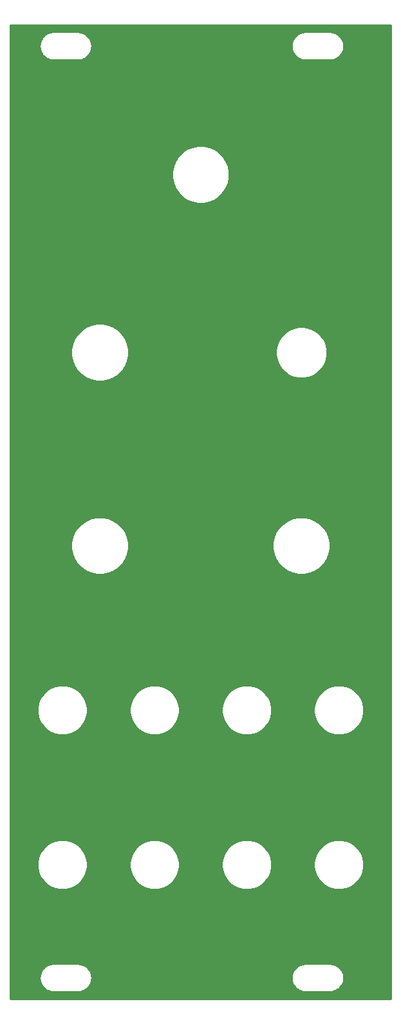
<source format=gbr>
G04 #@! TF.GenerationSoftware,KiCad,Pcbnew,(5.1.4-0-10_14)*
G04 #@! TF.CreationDate,2020-11-15T21:12:07-06:00*
G04 #@! TF.ProjectId,CEM3340_PANEL,43454d33-3334-4305-9f50-414e454c2e6b,rev?*
G04 #@! TF.SameCoordinates,Original*
G04 #@! TF.FileFunction,Copper,L1,Top*
G04 #@! TF.FilePolarity,Positive*
%FSLAX46Y46*%
G04 Gerber Fmt 4.6, Leading zero omitted, Abs format (unit mm)*
G04 Created by KiCad (PCBNEW (5.1.4-0-10_14)) date 2020-11-15 21:12:07*
%MOMM*%
%LPD*%
G04 APERTURE LIST*
%ADD10C,0.254000*%
G04 APERTURE END LIST*
D10*
G36*
X105048001Y-156678000D02*
G01*
X55052000Y-156678000D01*
X55052000Y-153918331D01*
X58849076Y-153918331D01*
X58849236Y-153941242D01*
X58849077Y-153964010D01*
X58849419Y-153967500D01*
X58849419Y-153967511D01*
X58849421Y-153967521D01*
X58882061Y-154278067D01*
X58886651Y-154300429D01*
X58890933Y-154322875D01*
X58891950Y-154326243D01*
X58984289Y-154624543D01*
X58993144Y-154645609D01*
X59001696Y-154666776D01*
X59003343Y-154669873D01*
X59003347Y-154669882D01*
X59003352Y-154669889D01*
X59151869Y-154944567D01*
X59164653Y-154963520D01*
X59177147Y-154982613D01*
X59179371Y-154985340D01*
X59378416Y-155225944D01*
X59394631Y-155242046D01*
X59410603Y-155258356D01*
X59413314Y-155260599D01*
X59655303Y-155457960D01*
X59674329Y-155470601D01*
X59693172Y-155483503D01*
X59696267Y-155485177D01*
X59971980Y-155631777D01*
X59993145Y-155640501D01*
X60014091Y-155649478D01*
X60017448Y-155650518D01*
X60017454Y-155650520D01*
X60316389Y-155740773D01*
X60338819Y-155745214D01*
X60361135Y-155749957D01*
X60364634Y-155750325D01*
X60675409Y-155780797D01*
X60675411Y-155780797D01*
X60687624Y-155782000D01*
X63912376Y-155782000D01*
X63913252Y-155781914D01*
X63924099Y-155781838D01*
X63935487Y-155780641D01*
X63946930Y-155780641D01*
X63950429Y-155780274D01*
X64260749Y-155745466D01*
X64283138Y-155740707D01*
X64305495Y-155736280D01*
X64308856Y-155735240D01*
X64606504Y-155640821D01*
X64627552Y-155631800D01*
X64648614Y-155623119D01*
X64651700Y-155621451D01*
X64651709Y-155621447D01*
X64651716Y-155621442D01*
X64925349Y-155471011D01*
X64944208Y-155458098D01*
X64963219Y-155445467D01*
X64965930Y-155443225D01*
X65205139Y-155242504D01*
X65221166Y-155226138D01*
X65237325Y-155210091D01*
X65239544Y-155207371D01*
X65239550Y-155207365D01*
X65239554Y-155207358D01*
X65435216Y-154964006D01*
X65447743Y-154944862D01*
X65460494Y-154925958D01*
X65462146Y-154922852D01*
X65606817Y-154646121D01*
X65615382Y-154624923D01*
X65624224Y-154603889D01*
X65625238Y-154600531D01*
X65625242Y-154600521D01*
X65625244Y-154600511D01*
X65713407Y-154300960D01*
X65717694Y-154278486D01*
X65722279Y-154256150D01*
X65722623Y-154252649D01*
X65750924Y-153941669D01*
X65750764Y-153918758D01*
X65750766Y-153918331D01*
X91989076Y-153918331D01*
X91989236Y-153941242D01*
X91989077Y-153964010D01*
X91989419Y-153967500D01*
X91989419Y-153967511D01*
X91989421Y-153967521D01*
X92022061Y-154278067D01*
X92026651Y-154300429D01*
X92030933Y-154322875D01*
X92031950Y-154326243D01*
X92124289Y-154624543D01*
X92133144Y-154645609D01*
X92141696Y-154666776D01*
X92143343Y-154669873D01*
X92143347Y-154669882D01*
X92143352Y-154669889D01*
X92291869Y-154944567D01*
X92304653Y-154963520D01*
X92317147Y-154982613D01*
X92319371Y-154985340D01*
X92518416Y-155225944D01*
X92534631Y-155242046D01*
X92550603Y-155258356D01*
X92553314Y-155260599D01*
X92795303Y-155457960D01*
X92814329Y-155470601D01*
X92833172Y-155483503D01*
X92836267Y-155485177D01*
X93111980Y-155631777D01*
X93133145Y-155640501D01*
X93154091Y-155649478D01*
X93157448Y-155650518D01*
X93157454Y-155650520D01*
X93456389Y-155740773D01*
X93478819Y-155745214D01*
X93501135Y-155749957D01*
X93504634Y-155750325D01*
X93815409Y-155780797D01*
X93815411Y-155780797D01*
X93827624Y-155782000D01*
X97052376Y-155782000D01*
X97053252Y-155781914D01*
X97064099Y-155781838D01*
X97075487Y-155780641D01*
X97086930Y-155780641D01*
X97090429Y-155780274D01*
X97400749Y-155745466D01*
X97423138Y-155740707D01*
X97445495Y-155736280D01*
X97448856Y-155735240D01*
X97746504Y-155640821D01*
X97767552Y-155631800D01*
X97788614Y-155623119D01*
X97791700Y-155621451D01*
X97791709Y-155621447D01*
X97791716Y-155621442D01*
X98065349Y-155471011D01*
X98084208Y-155458098D01*
X98103219Y-155445467D01*
X98105930Y-155443225D01*
X98345139Y-155242504D01*
X98361166Y-155226138D01*
X98377325Y-155210091D01*
X98379544Y-155207371D01*
X98379550Y-155207365D01*
X98379554Y-155207358D01*
X98575216Y-154964006D01*
X98587743Y-154944862D01*
X98600494Y-154925958D01*
X98602146Y-154922852D01*
X98746817Y-154646121D01*
X98755382Y-154624923D01*
X98764224Y-154603889D01*
X98765238Y-154600531D01*
X98765242Y-154600521D01*
X98765244Y-154600511D01*
X98853407Y-154300960D01*
X98857694Y-154278486D01*
X98862279Y-154256150D01*
X98862623Y-154252649D01*
X98890924Y-153941669D01*
X98890764Y-153918758D01*
X98890923Y-153895990D01*
X98890581Y-153892489D01*
X98857939Y-153581934D01*
X98853350Y-153559579D01*
X98849067Y-153537125D01*
X98848050Y-153533757D01*
X98755711Y-153235457D01*
X98746846Y-153214366D01*
X98738304Y-153193225D01*
X98736653Y-153190118D01*
X98588131Y-152915434D01*
X98575359Y-152896498D01*
X98562853Y-152877387D01*
X98560630Y-152874660D01*
X98361584Y-152634056D01*
X98345353Y-152617937D01*
X98329397Y-152601644D01*
X98326692Y-152599406D01*
X98326687Y-152599401D01*
X98326682Y-152599397D01*
X98084697Y-152402040D01*
X98065648Y-152389384D01*
X98046828Y-152376497D01*
X98043737Y-152374825D01*
X98043729Y-152374821D01*
X97768020Y-152228223D01*
X97746831Y-152219489D01*
X97725909Y-152210522D01*
X97722556Y-152209483D01*
X97722550Y-152209481D01*
X97722544Y-152209480D01*
X97423610Y-152119227D01*
X97401156Y-152114781D01*
X97378865Y-152110043D01*
X97375375Y-152109676D01*
X97375365Y-152109674D01*
X97375356Y-152109674D01*
X97064591Y-152079203D01*
X97064589Y-152079203D01*
X97052376Y-152078000D01*
X93827624Y-152078000D01*
X93826748Y-152078086D01*
X93815901Y-152078162D01*
X93804513Y-152079359D01*
X93793070Y-152079359D01*
X93789571Y-152079726D01*
X93479251Y-152114534D01*
X93456862Y-152119293D01*
X93434505Y-152123720D01*
X93431144Y-152124760D01*
X93133496Y-152219179D01*
X93112448Y-152228200D01*
X93091386Y-152236881D01*
X93088300Y-152238549D01*
X93088291Y-152238553D01*
X93088284Y-152238558D01*
X92814651Y-152388989D01*
X92795799Y-152401897D01*
X92776781Y-152414533D01*
X92774070Y-152416775D01*
X92534861Y-152617496D01*
X92518834Y-152633862D01*
X92502675Y-152649909D01*
X92500456Y-152652629D01*
X92500450Y-152652635D01*
X92500446Y-152652642D01*
X92304784Y-152895995D01*
X92292268Y-152915121D01*
X92279506Y-152934042D01*
X92277854Y-152937148D01*
X92133183Y-153213878D01*
X92124624Y-153235062D01*
X92115776Y-153256111D01*
X92114759Y-153259479D01*
X92026593Y-153559040D01*
X92022306Y-153581514D01*
X92017721Y-153603850D01*
X92017377Y-153607351D01*
X91989076Y-153918331D01*
X65750766Y-153918331D01*
X65750923Y-153895990D01*
X65750581Y-153892489D01*
X65717939Y-153581934D01*
X65713350Y-153559579D01*
X65709067Y-153537125D01*
X65708050Y-153533757D01*
X65615711Y-153235457D01*
X65606846Y-153214366D01*
X65598304Y-153193225D01*
X65596653Y-153190118D01*
X65448131Y-152915434D01*
X65435359Y-152896498D01*
X65422853Y-152877387D01*
X65420630Y-152874660D01*
X65221584Y-152634056D01*
X65205353Y-152617937D01*
X65189397Y-152601644D01*
X65186692Y-152599406D01*
X65186687Y-152599401D01*
X65186682Y-152599397D01*
X64944697Y-152402040D01*
X64925648Y-152389384D01*
X64906828Y-152376497D01*
X64903737Y-152374825D01*
X64903729Y-152374821D01*
X64628020Y-152228223D01*
X64606831Y-152219489D01*
X64585909Y-152210522D01*
X64582556Y-152209483D01*
X64582550Y-152209481D01*
X64582544Y-152209480D01*
X64283610Y-152119227D01*
X64261156Y-152114781D01*
X64238865Y-152110043D01*
X64235375Y-152109676D01*
X64235365Y-152109674D01*
X64235356Y-152109674D01*
X63924591Y-152079203D01*
X63924589Y-152079203D01*
X63912376Y-152078000D01*
X60687624Y-152078000D01*
X60686748Y-152078086D01*
X60675901Y-152078162D01*
X60664513Y-152079359D01*
X60653070Y-152079359D01*
X60649571Y-152079726D01*
X60339251Y-152114534D01*
X60316862Y-152119293D01*
X60294505Y-152123720D01*
X60291144Y-152124760D01*
X59993496Y-152219179D01*
X59972448Y-152228200D01*
X59951386Y-152236881D01*
X59948300Y-152238549D01*
X59948291Y-152238553D01*
X59948284Y-152238558D01*
X59674651Y-152388989D01*
X59655799Y-152401897D01*
X59636781Y-152414533D01*
X59634070Y-152416775D01*
X59394861Y-152617496D01*
X59378834Y-152633862D01*
X59362675Y-152649909D01*
X59360456Y-152652629D01*
X59360450Y-152652635D01*
X59360446Y-152652642D01*
X59164784Y-152895995D01*
X59152268Y-152915121D01*
X59139506Y-152934042D01*
X59137854Y-152937148D01*
X58993183Y-153213878D01*
X58984624Y-153235062D01*
X58975776Y-153256111D01*
X58974759Y-153259479D01*
X58886593Y-153559040D01*
X58882306Y-153581514D01*
X58877721Y-153603850D01*
X58877377Y-153607351D01*
X58849076Y-153918331D01*
X55052000Y-153918331D01*
X55052000Y-138735857D01*
X58578924Y-138735857D01*
X58578924Y-139384143D01*
X58705398Y-140019971D01*
X58953486Y-140618909D01*
X59313654Y-141157939D01*
X59772061Y-141616346D01*
X60311091Y-141976514D01*
X60910029Y-142224602D01*
X61545857Y-142351076D01*
X62194143Y-142351076D01*
X62829971Y-142224602D01*
X63428909Y-141976514D01*
X63967939Y-141616346D01*
X64426346Y-141157939D01*
X64786514Y-140618909D01*
X65034602Y-140019971D01*
X65161076Y-139384143D01*
X65161076Y-138735857D01*
X70698924Y-138735857D01*
X70698924Y-139384143D01*
X70825398Y-140019971D01*
X71073486Y-140618909D01*
X71433654Y-141157939D01*
X71892061Y-141616346D01*
X72431091Y-141976514D01*
X73030029Y-142224602D01*
X73665857Y-142351076D01*
X74314143Y-142351076D01*
X74949971Y-142224602D01*
X75548909Y-141976514D01*
X76087939Y-141616346D01*
X76546346Y-141157939D01*
X76906514Y-140618909D01*
X77154602Y-140019971D01*
X77281076Y-139384143D01*
X77281076Y-138735857D01*
X82818924Y-138735857D01*
X82818924Y-139384143D01*
X82945398Y-140019971D01*
X83193486Y-140618909D01*
X83553654Y-141157939D01*
X84012061Y-141616346D01*
X84551091Y-141976514D01*
X85150029Y-142224602D01*
X85785857Y-142351076D01*
X86434143Y-142351076D01*
X87069971Y-142224602D01*
X87668909Y-141976514D01*
X88207939Y-141616346D01*
X88666346Y-141157939D01*
X89026514Y-140618909D01*
X89274602Y-140019971D01*
X89401076Y-139384143D01*
X89401076Y-138735857D01*
X94938924Y-138735857D01*
X94938924Y-139384143D01*
X95065398Y-140019971D01*
X95313486Y-140618909D01*
X95673654Y-141157939D01*
X96132061Y-141616346D01*
X96671091Y-141976514D01*
X97270029Y-142224602D01*
X97905857Y-142351076D01*
X98554143Y-142351076D01*
X99189971Y-142224602D01*
X99788909Y-141976514D01*
X100327939Y-141616346D01*
X100786346Y-141157939D01*
X101146514Y-140618909D01*
X101394602Y-140019971D01*
X101521076Y-139384143D01*
X101521076Y-138735857D01*
X101394602Y-138100029D01*
X101146514Y-137501091D01*
X100786346Y-136962061D01*
X100327939Y-136503654D01*
X99788909Y-136143486D01*
X99189971Y-135895398D01*
X98554143Y-135768924D01*
X97905857Y-135768924D01*
X97270029Y-135895398D01*
X96671091Y-136143486D01*
X96132061Y-136503654D01*
X95673654Y-136962061D01*
X95313486Y-137501091D01*
X95065398Y-138100029D01*
X94938924Y-138735857D01*
X89401076Y-138735857D01*
X89274602Y-138100029D01*
X89026514Y-137501091D01*
X88666346Y-136962061D01*
X88207939Y-136503654D01*
X87668909Y-136143486D01*
X87069971Y-135895398D01*
X86434143Y-135768924D01*
X85785857Y-135768924D01*
X85150029Y-135895398D01*
X84551091Y-136143486D01*
X84012061Y-136503654D01*
X83553654Y-136962061D01*
X83193486Y-137501091D01*
X82945398Y-138100029D01*
X82818924Y-138735857D01*
X77281076Y-138735857D01*
X77154602Y-138100029D01*
X76906514Y-137501091D01*
X76546346Y-136962061D01*
X76087939Y-136503654D01*
X75548909Y-136143486D01*
X74949971Y-135895398D01*
X74314143Y-135768924D01*
X73665857Y-135768924D01*
X73030029Y-135895398D01*
X72431091Y-136143486D01*
X71892061Y-136503654D01*
X71433654Y-136962061D01*
X71073486Y-137501091D01*
X70825398Y-138100029D01*
X70698924Y-138735857D01*
X65161076Y-138735857D01*
X65034602Y-138100029D01*
X64786514Y-137501091D01*
X64426346Y-136962061D01*
X63967939Y-136503654D01*
X63428909Y-136143486D01*
X62829971Y-135895398D01*
X62194143Y-135768924D01*
X61545857Y-135768924D01*
X60910029Y-135895398D01*
X60311091Y-136143486D01*
X59772061Y-136503654D01*
X59313654Y-136962061D01*
X58953486Y-137501091D01*
X58705398Y-138100029D01*
X58578924Y-138735857D01*
X55052000Y-138735857D01*
X55052000Y-118415857D01*
X58578924Y-118415857D01*
X58578924Y-119064143D01*
X58705398Y-119699971D01*
X58953486Y-120298909D01*
X59313654Y-120837939D01*
X59772061Y-121296346D01*
X60311091Y-121656514D01*
X60910029Y-121904602D01*
X61545857Y-122031076D01*
X62194143Y-122031076D01*
X62829971Y-121904602D01*
X63428909Y-121656514D01*
X63967939Y-121296346D01*
X64426346Y-120837939D01*
X64786514Y-120298909D01*
X65034602Y-119699971D01*
X65161076Y-119064143D01*
X65161076Y-118415857D01*
X70698924Y-118415857D01*
X70698924Y-119064143D01*
X70825398Y-119699971D01*
X71073486Y-120298909D01*
X71433654Y-120837939D01*
X71892061Y-121296346D01*
X72431091Y-121656514D01*
X73030029Y-121904602D01*
X73665857Y-122031076D01*
X74314143Y-122031076D01*
X74949971Y-121904602D01*
X75548909Y-121656514D01*
X76087939Y-121296346D01*
X76546346Y-120837939D01*
X76906514Y-120298909D01*
X77154602Y-119699971D01*
X77281076Y-119064143D01*
X77281076Y-118415857D01*
X82818924Y-118415857D01*
X82818924Y-119064143D01*
X82945398Y-119699971D01*
X83193486Y-120298909D01*
X83553654Y-120837939D01*
X84012061Y-121296346D01*
X84551091Y-121656514D01*
X85150029Y-121904602D01*
X85785857Y-122031076D01*
X86434143Y-122031076D01*
X87069971Y-121904602D01*
X87668909Y-121656514D01*
X88207939Y-121296346D01*
X88666346Y-120837939D01*
X89026514Y-120298909D01*
X89274602Y-119699971D01*
X89401076Y-119064143D01*
X89401076Y-118415857D01*
X94938924Y-118415857D01*
X94938924Y-119064143D01*
X95065398Y-119699971D01*
X95313486Y-120298909D01*
X95673654Y-120837939D01*
X96132061Y-121296346D01*
X96671091Y-121656514D01*
X97270029Y-121904602D01*
X97905857Y-122031076D01*
X98554143Y-122031076D01*
X99189971Y-121904602D01*
X99788909Y-121656514D01*
X100327939Y-121296346D01*
X100786346Y-120837939D01*
X101146514Y-120298909D01*
X101394602Y-119699971D01*
X101521076Y-119064143D01*
X101521076Y-118415857D01*
X101394602Y-117780029D01*
X101146514Y-117181091D01*
X100786346Y-116642061D01*
X100327939Y-116183654D01*
X99788909Y-115823486D01*
X99189971Y-115575398D01*
X98554143Y-115448924D01*
X97905857Y-115448924D01*
X97270029Y-115575398D01*
X96671091Y-115823486D01*
X96132061Y-116183654D01*
X95673654Y-116642061D01*
X95313486Y-117181091D01*
X95065398Y-117780029D01*
X94938924Y-118415857D01*
X89401076Y-118415857D01*
X89274602Y-117780029D01*
X89026514Y-117181091D01*
X88666346Y-116642061D01*
X88207939Y-116183654D01*
X87668909Y-115823486D01*
X87069971Y-115575398D01*
X86434143Y-115448924D01*
X85785857Y-115448924D01*
X85150029Y-115575398D01*
X84551091Y-115823486D01*
X84012061Y-116183654D01*
X83553654Y-116642061D01*
X83193486Y-117181091D01*
X82945398Y-117780029D01*
X82818924Y-118415857D01*
X77281076Y-118415857D01*
X77154602Y-117780029D01*
X76906514Y-117181091D01*
X76546346Y-116642061D01*
X76087939Y-116183654D01*
X75548909Y-115823486D01*
X74949971Y-115575398D01*
X74314143Y-115448924D01*
X73665857Y-115448924D01*
X73030029Y-115575398D01*
X72431091Y-115823486D01*
X71892061Y-116183654D01*
X71433654Y-116642061D01*
X71073486Y-117181091D01*
X70825398Y-117780029D01*
X70698924Y-118415857D01*
X65161076Y-118415857D01*
X65034602Y-117780029D01*
X64786514Y-117181091D01*
X64426346Y-116642061D01*
X63967939Y-116183654D01*
X63428909Y-115823486D01*
X62829971Y-115575398D01*
X62194143Y-115448924D01*
X61545857Y-115448924D01*
X60910029Y-115575398D01*
X60311091Y-115823486D01*
X59772061Y-116183654D01*
X59313654Y-116642061D01*
X58953486Y-117181091D01*
X58705398Y-117780029D01*
X58578924Y-118415857D01*
X55052000Y-118415857D01*
X55052000Y-96756849D01*
X63011332Y-96756849D01*
X63011332Y-97503151D01*
X63156928Y-98235114D01*
X63442526Y-98924607D01*
X63857149Y-99545135D01*
X64384865Y-100072851D01*
X65005393Y-100487474D01*
X65694886Y-100773072D01*
X66426849Y-100918668D01*
X67173151Y-100918668D01*
X67905114Y-100773072D01*
X68594607Y-100487474D01*
X69215135Y-100072851D01*
X69742851Y-99545135D01*
X70157474Y-98924607D01*
X70443072Y-98235114D01*
X70588668Y-97503151D01*
X70588668Y-96756849D01*
X89511332Y-96756849D01*
X89511332Y-97503151D01*
X89656928Y-98235114D01*
X89942526Y-98924607D01*
X90357149Y-99545135D01*
X90884865Y-100072851D01*
X91505393Y-100487474D01*
X92194886Y-100773072D01*
X92926849Y-100918668D01*
X93673151Y-100918668D01*
X94405114Y-100773072D01*
X95094607Y-100487474D01*
X95715135Y-100072851D01*
X96242851Y-99545135D01*
X96657474Y-98924607D01*
X96943072Y-98235114D01*
X97088668Y-97503151D01*
X97088668Y-96756849D01*
X96943072Y-96024886D01*
X96657474Y-95335393D01*
X96242851Y-94714865D01*
X95715135Y-94187149D01*
X95094607Y-93772526D01*
X94405114Y-93486928D01*
X93673151Y-93341332D01*
X92926849Y-93341332D01*
X92194886Y-93486928D01*
X91505393Y-93772526D01*
X90884865Y-94187149D01*
X90357149Y-94714865D01*
X89942526Y-95335393D01*
X89656928Y-96024886D01*
X89511332Y-96756849D01*
X70588668Y-96756849D01*
X70443072Y-96024886D01*
X70157474Y-95335393D01*
X69742851Y-94714865D01*
X69215135Y-94187149D01*
X68594607Y-93772526D01*
X67905114Y-93486928D01*
X67173151Y-93341332D01*
X66426849Y-93341332D01*
X65694886Y-93486928D01*
X65005393Y-93772526D01*
X64384865Y-94187149D01*
X63857149Y-94714865D01*
X63442526Y-95335393D01*
X63156928Y-96024886D01*
X63011332Y-96756849D01*
X55052000Y-96756849D01*
X55052000Y-71336849D01*
X63011332Y-71336849D01*
X63011332Y-72083151D01*
X63156928Y-72815114D01*
X63442526Y-73504607D01*
X63857149Y-74125135D01*
X64384865Y-74652851D01*
X65005393Y-75067474D01*
X65694886Y-75353072D01*
X66426849Y-75498668D01*
X67173151Y-75498668D01*
X67905114Y-75353072D01*
X68594607Y-75067474D01*
X69215135Y-74652851D01*
X69742851Y-74125135D01*
X70157474Y-73504607D01*
X70443072Y-72815114D01*
X70588668Y-72083151D01*
X70588668Y-71376056D01*
X89909406Y-71376056D01*
X89909406Y-72043944D01*
X90039704Y-72699000D01*
X90295294Y-73316049D01*
X90666353Y-73871378D01*
X91138622Y-74343647D01*
X91693951Y-74714706D01*
X92311000Y-74970296D01*
X92966056Y-75100594D01*
X93633944Y-75100594D01*
X94289000Y-74970296D01*
X94906049Y-74714706D01*
X95461378Y-74343647D01*
X95933647Y-73871378D01*
X96304706Y-73316049D01*
X96560296Y-72699000D01*
X96690594Y-72043944D01*
X96690594Y-71376056D01*
X96560296Y-70721000D01*
X96304706Y-70103951D01*
X95933647Y-69548622D01*
X95461378Y-69076353D01*
X94906049Y-68705294D01*
X94289000Y-68449704D01*
X93633944Y-68319406D01*
X92966056Y-68319406D01*
X92311000Y-68449704D01*
X91693951Y-68705294D01*
X91138622Y-69076353D01*
X90666353Y-69548622D01*
X90295294Y-70103951D01*
X90039704Y-70721000D01*
X89909406Y-71376056D01*
X70588668Y-71376056D01*
X70588668Y-71336849D01*
X70443072Y-70604886D01*
X70157474Y-69915393D01*
X69742851Y-69294865D01*
X69215135Y-68767149D01*
X68594607Y-68352526D01*
X67905114Y-68066928D01*
X67173151Y-67921332D01*
X66426849Y-67921332D01*
X65694886Y-68066928D01*
X65005393Y-68352526D01*
X64384865Y-68767149D01*
X63857149Y-69294865D01*
X63442526Y-69915393D01*
X63156928Y-70604886D01*
X63011332Y-71336849D01*
X55052000Y-71336849D01*
X55052000Y-47956849D01*
X76261332Y-47956849D01*
X76261332Y-48703151D01*
X76406928Y-49435114D01*
X76692526Y-50124607D01*
X77107149Y-50745135D01*
X77634865Y-51272851D01*
X78255393Y-51687474D01*
X78944886Y-51973072D01*
X79676849Y-52118668D01*
X80423151Y-52118668D01*
X81155114Y-51973072D01*
X81844607Y-51687474D01*
X82465135Y-51272851D01*
X82992851Y-50745135D01*
X83407474Y-50124607D01*
X83693072Y-49435114D01*
X83838668Y-48703151D01*
X83838668Y-47956849D01*
X83693072Y-47224886D01*
X83407474Y-46535393D01*
X82992851Y-45914865D01*
X82465135Y-45387149D01*
X81844607Y-44972526D01*
X81155114Y-44686928D01*
X80423151Y-44541332D01*
X79676849Y-44541332D01*
X78944886Y-44686928D01*
X78255393Y-44972526D01*
X77634865Y-45387149D01*
X77107149Y-45914865D01*
X76692526Y-46535393D01*
X76406928Y-47224886D01*
X76261332Y-47956849D01*
X55052000Y-47956849D01*
X55052000Y-31418331D01*
X58849076Y-31418331D01*
X58849236Y-31441242D01*
X58849077Y-31464010D01*
X58849419Y-31467500D01*
X58849419Y-31467511D01*
X58849421Y-31467521D01*
X58882061Y-31778067D01*
X58886651Y-31800429D01*
X58890933Y-31822875D01*
X58891950Y-31826243D01*
X58984289Y-32124543D01*
X58993144Y-32145609D01*
X59001696Y-32166776D01*
X59003343Y-32169873D01*
X59003347Y-32169882D01*
X59003352Y-32169889D01*
X59151869Y-32444567D01*
X59164653Y-32463520D01*
X59177147Y-32482613D01*
X59179371Y-32485340D01*
X59378416Y-32725944D01*
X59394631Y-32742046D01*
X59410603Y-32758356D01*
X59413314Y-32760599D01*
X59655303Y-32957960D01*
X59674329Y-32970601D01*
X59693172Y-32983503D01*
X59696267Y-32985177D01*
X59971980Y-33131777D01*
X59993145Y-33140501D01*
X60014091Y-33149478D01*
X60017448Y-33150518D01*
X60017454Y-33150520D01*
X60316389Y-33240773D01*
X60338819Y-33245214D01*
X60361135Y-33249957D01*
X60364634Y-33250325D01*
X60675409Y-33280797D01*
X60675411Y-33280797D01*
X60687624Y-33282000D01*
X63912376Y-33282000D01*
X63913252Y-33281914D01*
X63924099Y-33281838D01*
X63935487Y-33280641D01*
X63946930Y-33280641D01*
X63950429Y-33280274D01*
X64260749Y-33245466D01*
X64283138Y-33240707D01*
X64305495Y-33236280D01*
X64308856Y-33235240D01*
X64606504Y-33140821D01*
X64627552Y-33131800D01*
X64648614Y-33123119D01*
X64651700Y-33121451D01*
X64651709Y-33121447D01*
X64651716Y-33121442D01*
X64925349Y-32971011D01*
X64944208Y-32958098D01*
X64963219Y-32945467D01*
X64965930Y-32943225D01*
X65205139Y-32742504D01*
X65221166Y-32726138D01*
X65237325Y-32710091D01*
X65239544Y-32707371D01*
X65239550Y-32707365D01*
X65239554Y-32707358D01*
X65435216Y-32464006D01*
X65447743Y-32444862D01*
X65460494Y-32425958D01*
X65462146Y-32422852D01*
X65606817Y-32146121D01*
X65615382Y-32124923D01*
X65624224Y-32103889D01*
X65625238Y-32100531D01*
X65625242Y-32100521D01*
X65625244Y-32100511D01*
X65713407Y-31800960D01*
X65717694Y-31778486D01*
X65722279Y-31756150D01*
X65722623Y-31752649D01*
X65750924Y-31441669D01*
X65750764Y-31418758D01*
X65750766Y-31418331D01*
X91989076Y-31418331D01*
X91989236Y-31441242D01*
X91989077Y-31464010D01*
X91989419Y-31467500D01*
X91989419Y-31467511D01*
X91989421Y-31467521D01*
X92022061Y-31778067D01*
X92026651Y-31800429D01*
X92030933Y-31822875D01*
X92031950Y-31826243D01*
X92124289Y-32124543D01*
X92133144Y-32145609D01*
X92141696Y-32166776D01*
X92143343Y-32169873D01*
X92143347Y-32169882D01*
X92143352Y-32169889D01*
X92291869Y-32444567D01*
X92304653Y-32463520D01*
X92317147Y-32482613D01*
X92319371Y-32485340D01*
X92518416Y-32725944D01*
X92534631Y-32742046D01*
X92550603Y-32758356D01*
X92553314Y-32760599D01*
X92795303Y-32957960D01*
X92814329Y-32970601D01*
X92833172Y-32983503D01*
X92836267Y-32985177D01*
X93111980Y-33131777D01*
X93133145Y-33140501D01*
X93154091Y-33149478D01*
X93157448Y-33150518D01*
X93157454Y-33150520D01*
X93456389Y-33240773D01*
X93478819Y-33245214D01*
X93501135Y-33249957D01*
X93504634Y-33250325D01*
X93815409Y-33280797D01*
X93815411Y-33280797D01*
X93827624Y-33282000D01*
X97052376Y-33282000D01*
X97053252Y-33281914D01*
X97064099Y-33281838D01*
X97075487Y-33280641D01*
X97086930Y-33280641D01*
X97090429Y-33280274D01*
X97400749Y-33245466D01*
X97423138Y-33240707D01*
X97445495Y-33236280D01*
X97448856Y-33235240D01*
X97746504Y-33140821D01*
X97767552Y-33131800D01*
X97788614Y-33123119D01*
X97791700Y-33121451D01*
X97791709Y-33121447D01*
X97791716Y-33121442D01*
X98065349Y-32971011D01*
X98084208Y-32958098D01*
X98103219Y-32945467D01*
X98105930Y-32943225D01*
X98345139Y-32742504D01*
X98361166Y-32726138D01*
X98377325Y-32710091D01*
X98379544Y-32707371D01*
X98379550Y-32707365D01*
X98379554Y-32707358D01*
X98575216Y-32464006D01*
X98587743Y-32444862D01*
X98600494Y-32425958D01*
X98602146Y-32422852D01*
X98746817Y-32146121D01*
X98755382Y-32124923D01*
X98764224Y-32103889D01*
X98765238Y-32100531D01*
X98765242Y-32100521D01*
X98765244Y-32100511D01*
X98853407Y-31800960D01*
X98857694Y-31778486D01*
X98862279Y-31756150D01*
X98862623Y-31752649D01*
X98890924Y-31441669D01*
X98890764Y-31418758D01*
X98890923Y-31395990D01*
X98890581Y-31392489D01*
X98857939Y-31081934D01*
X98853350Y-31059579D01*
X98849067Y-31037125D01*
X98848050Y-31033757D01*
X98755711Y-30735457D01*
X98746846Y-30714366D01*
X98738304Y-30693225D01*
X98736653Y-30690118D01*
X98588131Y-30415434D01*
X98575359Y-30396498D01*
X98562853Y-30377387D01*
X98560630Y-30374660D01*
X98361584Y-30134056D01*
X98345353Y-30117937D01*
X98329397Y-30101644D01*
X98326692Y-30099406D01*
X98326687Y-30099401D01*
X98326682Y-30099397D01*
X98084697Y-29902040D01*
X98065648Y-29889384D01*
X98046828Y-29876497D01*
X98043737Y-29874825D01*
X98043729Y-29874821D01*
X97768020Y-29728223D01*
X97746831Y-29719489D01*
X97725909Y-29710522D01*
X97722556Y-29709483D01*
X97722550Y-29709481D01*
X97722544Y-29709480D01*
X97423610Y-29619227D01*
X97401156Y-29614781D01*
X97378865Y-29610043D01*
X97375375Y-29609676D01*
X97375365Y-29609674D01*
X97375356Y-29609674D01*
X97064591Y-29579203D01*
X97064589Y-29579203D01*
X97052376Y-29578000D01*
X93827624Y-29578000D01*
X93826748Y-29578086D01*
X93815901Y-29578162D01*
X93804513Y-29579359D01*
X93793070Y-29579359D01*
X93789571Y-29579726D01*
X93479251Y-29614534D01*
X93456862Y-29619293D01*
X93434505Y-29623720D01*
X93431144Y-29624760D01*
X93133496Y-29719179D01*
X93112448Y-29728200D01*
X93091386Y-29736881D01*
X93088300Y-29738549D01*
X93088291Y-29738553D01*
X93088284Y-29738558D01*
X92814651Y-29888989D01*
X92795799Y-29901897D01*
X92776781Y-29914533D01*
X92774070Y-29916775D01*
X92534861Y-30117496D01*
X92518834Y-30133862D01*
X92502675Y-30149909D01*
X92500456Y-30152629D01*
X92500450Y-30152635D01*
X92500446Y-30152642D01*
X92304784Y-30395995D01*
X92292268Y-30415121D01*
X92279506Y-30434042D01*
X92277854Y-30437148D01*
X92133183Y-30713878D01*
X92124624Y-30735062D01*
X92115776Y-30756111D01*
X92114759Y-30759479D01*
X92026593Y-31059040D01*
X92022306Y-31081514D01*
X92017721Y-31103850D01*
X92017377Y-31107351D01*
X91989076Y-31418331D01*
X65750766Y-31418331D01*
X65750923Y-31395990D01*
X65750581Y-31392489D01*
X65717939Y-31081934D01*
X65713350Y-31059579D01*
X65709067Y-31037125D01*
X65708050Y-31033757D01*
X65615711Y-30735457D01*
X65606846Y-30714366D01*
X65598304Y-30693225D01*
X65596653Y-30690118D01*
X65448131Y-30415434D01*
X65435359Y-30396498D01*
X65422853Y-30377387D01*
X65420630Y-30374660D01*
X65221584Y-30134056D01*
X65205353Y-30117937D01*
X65189397Y-30101644D01*
X65186692Y-30099406D01*
X65186687Y-30099401D01*
X65186682Y-30099397D01*
X64944697Y-29902040D01*
X64925648Y-29889384D01*
X64906828Y-29876497D01*
X64903737Y-29874825D01*
X64903729Y-29874821D01*
X64628020Y-29728223D01*
X64606831Y-29719489D01*
X64585909Y-29710522D01*
X64582556Y-29709483D01*
X64582550Y-29709481D01*
X64582544Y-29709480D01*
X64283610Y-29619227D01*
X64261156Y-29614781D01*
X64238865Y-29610043D01*
X64235375Y-29609676D01*
X64235365Y-29609674D01*
X64235356Y-29609674D01*
X63924591Y-29579203D01*
X63924589Y-29579203D01*
X63912376Y-29578000D01*
X60687624Y-29578000D01*
X60686748Y-29578086D01*
X60675901Y-29578162D01*
X60664513Y-29579359D01*
X60653070Y-29579359D01*
X60649571Y-29579726D01*
X60339251Y-29614534D01*
X60316862Y-29619293D01*
X60294505Y-29623720D01*
X60291144Y-29624760D01*
X59993496Y-29719179D01*
X59972448Y-29728200D01*
X59951386Y-29736881D01*
X59948300Y-29738549D01*
X59948291Y-29738553D01*
X59948284Y-29738558D01*
X59674651Y-29888989D01*
X59655799Y-29901897D01*
X59636781Y-29914533D01*
X59634070Y-29916775D01*
X59394861Y-30117496D01*
X59378834Y-30133862D01*
X59362675Y-30149909D01*
X59360456Y-30152629D01*
X59360450Y-30152635D01*
X59360446Y-30152642D01*
X59164784Y-30395995D01*
X59152268Y-30415121D01*
X59139506Y-30434042D01*
X59137854Y-30437148D01*
X58993183Y-30713878D01*
X58984624Y-30735062D01*
X58975776Y-30756111D01*
X58974759Y-30759479D01*
X58886593Y-31059040D01*
X58882306Y-31081514D01*
X58877721Y-31103850D01*
X58877377Y-31107351D01*
X58849076Y-31418331D01*
X55052000Y-31418331D01*
X55052000Y-28682000D01*
X105048000Y-28682000D01*
X105048001Y-156678000D01*
X105048001Y-156678000D01*
G37*
X105048001Y-156678000D02*
X55052000Y-156678000D01*
X55052000Y-153918331D01*
X58849076Y-153918331D01*
X58849236Y-153941242D01*
X58849077Y-153964010D01*
X58849419Y-153967500D01*
X58849419Y-153967511D01*
X58849421Y-153967521D01*
X58882061Y-154278067D01*
X58886651Y-154300429D01*
X58890933Y-154322875D01*
X58891950Y-154326243D01*
X58984289Y-154624543D01*
X58993144Y-154645609D01*
X59001696Y-154666776D01*
X59003343Y-154669873D01*
X59003347Y-154669882D01*
X59003352Y-154669889D01*
X59151869Y-154944567D01*
X59164653Y-154963520D01*
X59177147Y-154982613D01*
X59179371Y-154985340D01*
X59378416Y-155225944D01*
X59394631Y-155242046D01*
X59410603Y-155258356D01*
X59413314Y-155260599D01*
X59655303Y-155457960D01*
X59674329Y-155470601D01*
X59693172Y-155483503D01*
X59696267Y-155485177D01*
X59971980Y-155631777D01*
X59993145Y-155640501D01*
X60014091Y-155649478D01*
X60017448Y-155650518D01*
X60017454Y-155650520D01*
X60316389Y-155740773D01*
X60338819Y-155745214D01*
X60361135Y-155749957D01*
X60364634Y-155750325D01*
X60675409Y-155780797D01*
X60675411Y-155780797D01*
X60687624Y-155782000D01*
X63912376Y-155782000D01*
X63913252Y-155781914D01*
X63924099Y-155781838D01*
X63935487Y-155780641D01*
X63946930Y-155780641D01*
X63950429Y-155780274D01*
X64260749Y-155745466D01*
X64283138Y-155740707D01*
X64305495Y-155736280D01*
X64308856Y-155735240D01*
X64606504Y-155640821D01*
X64627552Y-155631800D01*
X64648614Y-155623119D01*
X64651700Y-155621451D01*
X64651709Y-155621447D01*
X64651716Y-155621442D01*
X64925349Y-155471011D01*
X64944208Y-155458098D01*
X64963219Y-155445467D01*
X64965930Y-155443225D01*
X65205139Y-155242504D01*
X65221166Y-155226138D01*
X65237325Y-155210091D01*
X65239544Y-155207371D01*
X65239550Y-155207365D01*
X65239554Y-155207358D01*
X65435216Y-154964006D01*
X65447743Y-154944862D01*
X65460494Y-154925958D01*
X65462146Y-154922852D01*
X65606817Y-154646121D01*
X65615382Y-154624923D01*
X65624224Y-154603889D01*
X65625238Y-154600531D01*
X65625242Y-154600521D01*
X65625244Y-154600511D01*
X65713407Y-154300960D01*
X65717694Y-154278486D01*
X65722279Y-154256150D01*
X65722623Y-154252649D01*
X65750924Y-153941669D01*
X65750764Y-153918758D01*
X65750766Y-153918331D01*
X91989076Y-153918331D01*
X91989236Y-153941242D01*
X91989077Y-153964010D01*
X91989419Y-153967500D01*
X91989419Y-153967511D01*
X91989421Y-153967521D01*
X92022061Y-154278067D01*
X92026651Y-154300429D01*
X92030933Y-154322875D01*
X92031950Y-154326243D01*
X92124289Y-154624543D01*
X92133144Y-154645609D01*
X92141696Y-154666776D01*
X92143343Y-154669873D01*
X92143347Y-154669882D01*
X92143352Y-154669889D01*
X92291869Y-154944567D01*
X92304653Y-154963520D01*
X92317147Y-154982613D01*
X92319371Y-154985340D01*
X92518416Y-155225944D01*
X92534631Y-155242046D01*
X92550603Y-155258356D01*
X92553314Y-155260599D01*
X92795303Y-155457960D01*
X92814329Y-155470601D01*
X92833172Y-155483503D01*
X92836267Y-155485177D01*
X93111980Y-155631777D01*
X93133145Y-155640501D01*
X93154091Y-155649478D01*
X93157448Y-155650518D01*
X93157454Y-155650520D01*
X93456389Y-155740773D01*
X93478819Y-155745214D01*
X93501135Y-155749957D01*
X93504634Y-155750325D01*
X93815409Y-155780797D01*
X93815411Y-155780797D01*
X93827624Y-155782000D01*
X97052376Y-155782000D01*
X97053252Y-155781914D01*
X97064099Y-155781838D01*
X97075487Y-155780641D01*
X97086930Y-155780641D01*
X97090429Y-155780274D01*
X97400749Y-155745466D01*
X97423138Y-155740707D01*
X97445495Y-155736280D01*
X97448856Y-155735240D01*
X97746504Y-155640821D01*
X97767552Y-155631800D01*
X97788614Y-155623119D01*
X97791700Y-155621451D01*
X97791709Y-155621447D01*
X97791716Y-155621442D01*
X98065349Y-155471011D01*
X98084208Y-155458098D01*
X98103219Y-155445467D01*
X98105930Y-155443225D01*
X98345139Y-155242504D01*
X98361166Y-155226138D01*
X98377325Y-155210091D01*
X98379544Y-155207371D01*
X98379550Y-155207365D01*
X98379554Y-155207358D01*
X98575216Y-154964006D01*
X98587743Y-154944862D01*
X98600494Y-154925958D01*
X98602146Y-154922852D01*
X98746817Y-154646121D01*
X98755382Y-154624923D01*
X98764224Y-154603889D01*
X98765238Y-154600531D01*
X98765242Y-154600521D01*
X98765244Y-154600511D01*
X98853407Y-154300960D01*
X98857694Y-154278486D01*
X98862279Y-154256150D01*
X98862623Y-154252649D01*
X98890924Y-153941669D01*
X98890764Y-153918758D01*
X98890923Y-153895990D01*
X98890581Y-153892489D01*
X98857939Y-153581934D01*
X98853350Y-153559579D01*
X98849067Y-153537125D01*
X98848050Y-153533757D01*
X98755711Y-153235457D01*
X98746846Y-153214366D01*
X98738304Y-153193225D01*
X98736653Y-153190118D01*
X98588131Y-152915434D01*
X98575359Y-152896498D01*
X98562853Y-152877387D01*
X98560630Y-152874660D01*
X98361584Y-152634056D01*
X98345353Y-152617937D01*
X98329397Y-152601644D01*
X98326692Y-152599406D01*
X98326687Y-152599401D01*
X98326682Y-152599397D01*
X98084697Y-152402040D01*
X98065648Y-152389384D01*
X98046828Y-152376497D01*
X98043737Y-152374825D01*
X98043729Y-152374821D01*
X97768020Y-152228223D01*
X97746831Y-152219489D01*
X97725909Y-152210522D01*
X97722556Y-152209483D01*
X97722550Y-152209481D01*
X97722544Y-152209480D01*
X97423610Y-152119227D01*
X97401156Y-152114781D01*
X97378865Y-152110043D01*
X97375375Y-152109676D01*
X97375365Y-152109674D01*
X97375356Y-152109674D01*
X97064591Y-152079203D01*
X97064589Y-152079203D01*
X97052376Y-152078000D01*
X93827624Y-152078000D01*
X93826748Y-152078086D01*
X93815901Y-152078162D01*
X93804513Y-152079359D01*
X93793070Y-152079359D01*
X93789571Y-152079726D01*
X93479251Y-152114534D01*
X93456862Y-152119293D01*
X93434505Y-152123720D01*
X93431144Y-152124760D01*
X93133496Y-152219179D01*
X93112448Y-152228200D01*
X93091386Y-152236881D01*
X93088300Y-152238549D01*
X93088291Y-152238553D01*
X93088284Y-152238558D01*
X92814651Y-152388989D01*
X92795799Y-152401897D01*
X92776781Y-152414533D01*
X92774070Y-152416775D01*
X92534861Y-152617496D01*
X92518834Y-152633862D01*
X92502675Y-152649909D01*
X92500456Y-152652629D01*
X92500450Y-152652635D01*
X92500446Y-152652642D01*
X92304784Y-152895995D01*
X92292268Y-152915121D01*
X92279506Y-152934042D01*
X92277854Y-152937148D01*
X92133183Y-153213878D01*
X92124624Y-153235062D01*
X92115776Y-153256111D01*
X92114759Y-153259479D01*
X92026593Y-153559040D01*
X92022306Y-153581514D01*
X92017721Y-153603850D01*
X92017377Y-153607351D01*
X91989076Y-153918331D01*
X65750766Y-153918331D01*
X65750923Y-153895990D01*
X65750581Y-153892489D01*
X65717939Y-153581934D01*
X65713350Y-153559579D01*
X65709067Y-153537125D01*
X65708050Y-153533757D01*
X65615711Y-153235457D01*
X65606846Y-153214366D01*
X65598304Y-153193225D01*
X65596653Y-153190118D01*
X65448131Y-152915434D01*
X65435359Y-152896498D01*
X65422853Y-152877387D01*
X65420630Y-152874660D01*
X65221584Y-152634056D01*
X65205353Y-152617937D01*
X65189397Y-152601644D01*
X65186692Y-152599406D01*
X65186687Y-152599401D01*
X65186682Y-152599397D01*
X64944697Y-152402040D01*
X64925648Y-152389384D01*
X64906828Y-152376497D01*
X64903737Y-152374825D01*
X64903729Y-152374821D01*
X64628020Y-152228223D01*
X64606831Y-152219489D01*
X64585909Y-152210522D01*
X64582556Y-152209483D01*
X64582550Y-152209481D01*
X64582544Y-152209480D01*
X64283610Y-152119227D01*
X64261156Y-152114781D01*
X64238865Y-152110043D01*
X64235375Y-152109676D01*
X64235365Y-152109674D01*
X64235356Y-152109674D01*
X63924591Y-152079203D01*
X63924589Y-152079203D01*
X63912376Y-152078000D01*
X60687624Y-152078000D01*
X60686748Y-152078086D01*
X60675901Y-152078162D01*
X60664513Y-152079359D01*
X60653070Y-152079359D01*
X60649571Y-152079726D01*
X60339251Y-152114534D01*
X60316862Y-152119293D01*
X60294505Y-152123720D01*
X60291144Y-152124760D01*
X59993496Y-152219179D01*
X59972448Y-152228200D01*
X59951386Y-152236881D01*
X59948300Y-152238549D01*
X59948291Y-152238553D01*
X59948284Y-152238558D01*
X59674651Y-152388989D01*
X59655799Y-152401897D01*
X59636781Y-152414533D01*
X59634070Y-152416775D01*
X59394861Y-152617496D01*
X59378834Y-152633862D01*
X59362675Y-152649909D01*
X59360456Y-152652629D01*
X59360450Y-152652635D01*
X59360446Y-152652642D01*
X59164784Y-152895995D01*
X59152268Y-152915121D01*
X59139506Y-152934042D01*
X59137854Y-152937148D01*
X58993183Y-153213878D01*
X58984624Y-153235062D01*
X58975776Y-153256111D01*
X58974759Y-153259479D01*
X58886593Y-153559040D01*
X58882306Y-153581514D01*
X58877721Y-153603850D01*
X58877377Y-153607351D01*
X58849076Y-153918331D01*
X55052000Y-153918331D01*
X55052000Y-138735857D01*
X58578924Y-138735857D01*
X58578924Y-139384143D01*
X58705398Y-140019971D01*
X58953486Y-140618909D01*
X59313654Y-141157939D01*
X59772061Y-141616346D01*
X60311091Y-141976514D01*
X60910029Y-142224602D01*
X61545857Y-142351076D01*
X62194143Y-142351076D01*
X62829971Y-142224602D01*
X63428909Y-141976514D01*
X63967939Y-141616346D01*
X64426346Y-141157939D01*
X64786514Y-140618909D01*
X65034602Y-140019971D01*
X65161076Y-139384143D01*
X65161076Y-138735857D01*
X70698924Y-138735857D01*
X70698924Y-139384143D01*
X70825398Y-140019971D01*
X71073486Y-140618909D01*
X71433654Y-141157939D01*
X71892061Y-141616346D01*
X72431091Y-141976514D01*
X73030029Y-142224602D01*
X73665857Y-142351076D01*
X74314143Y-142351076D01*
X74949971Y-142224602D01*
X75548909Y-141976514D01*
X76087939Y-141616346D01*
X76546346Y-141157939D01*
X76906514Y-140618909D01*
X77154602Y-140019971D01*
X77281076Y-139384143D01*
X77281076Y-138735857D01*
X82818924Y-138735857D01*
X82818924Y-139384143D01*
X82945398Y-140019971D01*
X83193486Y-140618909D01*
X83553654Y-141157939D01*
X84012061Y-141616346D01*
X84551091Y-141976514D01*
X85150029Y-142224602D01*
X85785857Y-142351076D01*
X86434143Y-142351076D01*
X87069971Y-142224602D01*
X87668909Y-141976514D01*
X88207939Y-141616346D01*
X88666346Y-141157939D01*
X89026514Y-140618909D01*
X89274602Y-140019971D01*
X89401076Y-139384143D01*
X89401076Y-138735857D01*
X94938924Y-138735857D01*
X94938924Y-139384143D01*
X95065398Y-140019971D01*
X95313486Y-140618909D01*
X95673654Y-141157939D01*
X96132061Y-141616346D01*
X96671091Y-141976514D01*
X97270029Y-142224602D01*
X97905857Y-142351076D01*
X98554143Y-142351076D01*
X99189971Y-142224602D01*
X99788909Y-141976514D01*
X100327939Y-141616346D01*
X100786346Y-141157939D01*
X101146514Y-140618909D01*
X101394602Y-140019971D01*
X101521076Y-139384143D01*
X101521076Y-138735857D01*
X101394602Y-138100029D01*
X101146514Y-137501091D01*
X100786346Y-136962061D01*
X100327939Y-136503654D01*
X99788909Y-136143486D01*
X99189971Y-135895398D01*
X98554143Y-135768924D01*
X97905857Y-135768924D01*
X97270029Y-135895398D01*
X96671091Y-136143486D01*
X96132061Y-136503654D01*
X95673654Y-136962061D01*
X95313486Y-137501091D01*
X95065398Y-138100029D01*
X94938924Y-138735857D01*
X89401076Y-138735857D01*
X89274602Y-138100029D01*
X89026514Y-137501091D01*
X88666346Y-136962061D01*
X88207939Y-136503654D01*
X87668909Y-136143486D01*
X87069971Y-135895398D01*
X86434143Y-135768924D01*
X85785857Y-135768924D01*
X85150029Y-135895398D01*
X84551091Y-136143486D01*
X84012061Y-136503654D01*
X83553654Y-136962061D01*
X83193486Y-137501091D01*
X82945398Y-138100029D01*
X82818924Y-138735857D01*
X77281076Y-138735857D01*
X77154602Y-138100029D01*
X76906514Y-137501091D01*
X76546346Y-136962061D01*
X76087939Y-136503654D01*
X75548909Y-136143486D01*
X74949971Y-135895398D01*
X74314143Y-135768924D01*
X73665857Y-135768924D01*
X73030029Y-135895398D01*
X72431091Y-136143486D01*
X71892061Y-136503654D01*
X71433654Y-136962061D01*
X71073486Y-137501091D01*
X70825398Y-138100029D01*
X70698924Y-138735857D01*
X65161076Y-138735857D01*
X65034602Y-138100029D01*
X64786514Y-137501091D01*
X64426346Y-136962061D01*
X63967939Y-136503654D01*
X63428909Y-136143486D01*
X62829971Y-135895398D01*
X62194143Y-135768924D01*
X61545857Y-135768924D01*
X60910029Y-135895398D01*
X60311091Y-136143486D01*
X59772061Y-136503654D01*
X59313654Y-136962061D01*
X58953486Y-137501091D01*
X58705398Y-138100029D01*
X58578924Y-138735857D01*
X55052000Y-138735857D01*
X55052000Y-118415857D01*
X58578924Y-118415857D01*
X58578924Y-119064143D01*
X58705398Y-119699971D01*
X58953486Y-120298909D01*
X59313654Y-120837939D01*
X59772061Y-121296346D01*
X60311091Y-121656514D01*
X60910029Y-121904602D01*
X61545857Y-122031076D01*
X62194143Y-122031076D01*
X62829971Y-121904602D01*
X63428909Y-121656514D01*
X63967939Y-121296346D01*
X64426346Y-120837939D01*
X64786514Y-120298909D01*
X65034602Y-119699971D01*
X65161076Y-119064143D01*
X65161076Y-118415857D01*
X70698924Y-118415857D01*
X70698924Y-119064143D01*
X70825398Y-119699971D01*
X71073486Y-120298909D01*
X71433654Y-120837939D01*
X71892061Y-121296346D01*
X72431091Y-121656514D01*
X73030029Y-121904602D01*
X73665857Y-122031076D01*
X74314143Y-122031076D01*
X74949971Y-121904602D01*
X75548909Y-121656514D01*
X76087939Y-121296346D01*
X76546346Y-120837939D01*
X76906514Y-120298909D01*
X77154602Y-119699971D01*
X77281076Y-119064143D01*
X77281076Y-118415857D01*
X82818924Y-118415857D01*
X82818924Y-119064143D01*
X82945398Y-119699971D01*
X83193486Y-120298909D01*
X83553654Y-120837939D01*
X84012061Y-121296346D01*
X84551091Y-121656514D01*
X85150029Y-121904602D01*
X85785857Y-122031076D01*
X86434143Y-122031076D01*
X87069971Y-121904602D01*
X87668909Y-121656514D01*
X88207939Y-121296346D01*
X88666346Y-120837939D01*
X89026514Y-120298909D01*
X89274602Y-119699971D01*
X89401076Y-119064143D01*
X89401076Y-118415857D01*
X94938924Y-118415857D01*
X94938924Y-119064143D01*
X95065398Y-119699971D01*
X95313486Y-120298909D01*
X95673654Y-120837939D01*
X96132061Y-121296346D01*
X96671091Y-121656514D01*
X97270029Y-121904602D01*
X97905857Y-122031076D01*
X98554143Y-122031076D01*
X99189971Y-121904602D01*
X99788909Y-121656514D01*
X100327939Y-121296346D01*
X100786346Y-120837939D01*
X101146514Y-120298909D01*
X101394602Y-119699971D01*
X101521076Y-119064143D01*
X101521076Y-118415857D01*
X101394602Y-117780029D01*
X101146514Y-117181091D01*
X100786346Y-116642061D01*
X100327939Y-116183654D01*
X99788909Y-115823486D01*
X99189971Y-115575398D01*
X98554143Y-115448924D01*
X97905857Y-115448924D01*
X97270029Y-115575398D01*
X96671091Y-115823486D01*
X96132061Y-116183654D01*
X95673654Y-116642061D01*
X95313486Y-117181091D01*
X95065398Y-117780029D01*
X94938924Y-118415857D01*
X89401076Y-118415857D01*
X89274602Y-117780029D01*
X89026514Y-117181091D01*
X88666346Y-116642061D01*
X88207939Y-116183654D01*
X87668909Y-115823486D01*
X87069971Y-115575398D01*
X86434143Y-115448924D01*
X85785857Y-115448924D01*
X85150029Y-115575398D01*
X84551091Y-115823486D01*
X84012061Y-116183654D01*
X83553654Y-116642061D01*
X83193486Y-117181091D01*
X82945398Y-117780029D01*
X82818924Y-118415857D01*
X77281076Y-118415857D01*
X77154602Y-117780029D01*
X76906514Y-117181091D01*
X76546346Y-116642061D01*
X76087939Y-116183654D01*
X75548909Y-115823486D01*
X74949971Y-115575398D01*
X74314143Y-115448924D01*
X73665857Y-115448924D01*
X73030029Y-115575398D01*
X72431091Y-115823486D01*
X71892061Y-116183654D01*
X71433654Y-116642061D01*
X71073486Y-117181091D01*
X70825398Y-117780029D01*
X70698924Y-118415857D01*
X65161076Y-118415857D01*
X65034602Y-117780029D01*
X64786514Y-117181091D01*
X64426346Y-116642061D01*
X63967939Y-116183654D01*
X63428909Y-115823486D01*
X62829971Y-115575398D01*
X62194143Y-115448924D01*
X61545857Y-115448924D01*
X60910029Y-115575398D01*
X60311091Y-115823486D01*
X59772061Y-116183654D01*
X59313654Y-116642061D01*
X58953486Y-117181091D01*
X58705398Y-117780029D01*
X58578924Y-118415857D01*
X55052000Y-118415857D01*
X55052000Y-96756849D01*
X63011332Y-96756849D01*
X63011332Y-97503151D01*
X63156928Y-98235114D01*
X63442526Y-98924607D01*
X63857149Y-99545135D01*
X64384865Y-100072851D01*
X65005393Y-100487474D01*
X65694886Y-100773072D01*
X66426849Y-100918668D01*
X67173151Y-100918668D01*
X67905114Y-100773072D01*
X68594607Y-100487474D01*
X69215135Y-100072851D01*
X69742851Y-99545135D01*
X70157474Y-98924607D01*
X70443072Y-98235114D01*
X70588668Y-97503151D01*
X70588668Y-96756849D01*
X89511332Y-96756849D01*
X89511332Y-97503151D01*
X89656928Y-98235114D01*
X89942526Y-98924607D01*
X90357149Y-99545135D01*
X90884865Y-100072851D01*
X91505393Y-100487474D01*
X92194886Y-100773072D01*
X92926849Y-100918668D01*
X93673151Y-100918668D01*
X94405114Y-100773072D01*
X95094607Y-100487474D01*
X95715135Y-100072851D01*
X96242851Y-99545135D01*
X96657474Y-98924607D01*
X96943072Y-98235114D01*
X97088668Y-97503151D01*
X97088668Y-96756849D01*
X96943072Y-96024886D01*
X96657474Y-95335393D01*
X96242851Y-94714865D01*
X95715135Y-94187149D01*
X95094607Y-93772526D01*
X94405114Y-93486928D01*
X93673151Y-93341332D01*
X92926849Y-93341332D01*
X92194886Y-93486928D01*
X91505393Y-93772526D01*
X90884865Y-94187149D01*
X90357149Y-94714865D01*
X89942526Y-95335393D01*
X89656928Y-96024886D01*
X89511332Y-96756849D01*
X70588668Y-96756849D01*
X70443072Y-96024886D01*
X70157474Y-95335393D01*
X69742851Y-94714865D01*
X69215135Y-94187149D01*
X68594607Y-93772526D01*
X67905114Y-93486928D01*
X67173151Y-93341332D01*
X66426849Y-93341332D01*
X65694886Y-93486928D01*
X65005393Y-93772526D01*
X64384865Y-94187149D01*
X63857149Y-94714865D01*
X63442526Y-95335393D01*
X63156928Y-96024886D01*
X63011332Y-96756849D01*
X55052000Y-96756849D01*
X55052000Y-71336849D01*
X63011332Y-71336849D01*
X63011332Y-72083151D01*
X63156928Y-72815114D01*
X63442526Y-73504607D01*
X63857149Y-74125135D01*
X64384865Y-74652851D01*
X65005393Y-75067474D01*
X65694886Y-75353072D01*
X66426849Y-75498668D01*
X67173151Y-75498668D01*
X67905114Y-75353072D01*
X68594607Y-75067474D01*
X69215135Y-74652851D01*
X69742851Y-74125135D01*
X70157474Y-73504607D01*
X70443072Y-72815114D01*
X70588668Y-72083151D01*
X70588668Y-71376056D01*
X89909406Y-71376056D01*
X89909406Y-72043944D01*
X90039704Y-72699000D01*
X90295294Y-73316049D01*
X90666353Y-73871378D01*
X91138622Y-74343647D01*
X91693951Y-74714706D01*
X92311000Y-74970296D01*
X92966056Y-75100594D01*
X93633944Y-75100594D01*
X94289000Y-74970296D01*
X94906049Y-74714706D01*
X95461378Y-74343647D01*
X95933647Y-73871378D01*
X96304706Y-73316049D01*
X96560296Y-72699000D01*
X96690594Y-72043944D01*
X96690594Y-71376056D01*
X96560296Y-70721000D01*
X96304706Y-70103951D01*
X95933647Y-69548622D01*
X95461378Y-69076353D01*
X94906049Y-68705294D01*
X94289000Y-68449704D01*
X93633944Y-68319406D01*
X92966056Y-68319406D01*
X92311000Y-68449704D01*
X91693951Y-68705294D01*
X91138622Y-69076353D01*
X90666353Y-69548622D01*
X90295294Y-70103951D01*
X90039704Y-70721000D01*
X89909406Y-71376056D01*
X70588668Y-71376056D01*
X70588668Y-71336849D01*
X70443072Y-70604886D01*
X70157474Y-69915393D01*
X69742851Y-69294865D01*
X69215135Y-68767149D01*
X68594607Y-68352526D01*
X67905114Y-68066928D01*
X67173151Y-67921332D01*
X66426849Y-67921332D01*
X65694886Y-68066928D01*
X65005393Y-68352526D01*
X64384865Y-68767149D01*
X63857149Y-69294865D01*
X63442526Y-69915393D01*
X63156928Y-70604886D01*
X63011332Y-71336849D01*
X55052000Y-71336849D01*
X55052000Y-47956849D01*
X76261332Y-47956849D01*
X76261332Y-48703151D01*
X76406928Y-49435114D01*
X76692526Y-50124607D01*
X77107149Y-50745135D01*
X77634865Y-51272851D01*
X78255393Y-51687474D01*
X78944886Y-51973072D01*
X79676849Y-52118668D01*
X80423151Y-52118668D01*
X81155114Y-51973072D01*
X81844607Y-51687474D01*
X82465135Y-51272851D01*
X82992851Y-50745135D01*
X83407474Y-50124607D01*
X83693072Y-49435114D01*
X83838668Y-48703151D01*
X83838668Y-47956849D01*
X83693072Y-47224886D01*
X83407474Y-46535393D01*
X82992851Y-45914865D01*
X82465135Y-45387149D01*
X81844607Y-44972526D01*
X81155114Y-44686928D01*
X80423151Y-44541332D01*
X79676849Y-44541332D01*
X78944886Y-44686928D01*
X78255393Y-44972526D01*
X77634865Y-45387149D01*
X77107149Y-45914865D01*
X76692526Y-46535393D01*
X76406928Y-47224886D01*
X76261332Y-47956849D01*
X55052000Y-47956849D01*
X55052000Y-31418331D01*
X58849076Y-31418331D01*
X58849236Y-31441242D01*
X58849077Y-31464010D01*
X58849419Y-31467500D01*
X58849419Y-31467511D01*
X58849421Y-31467521D01*
X58882061Y-31778067D01*
X58886651Y-31800429D01*
X58890933Y-31822875D01*
X58891950Y-31826243D01*
X58984289Y-32124543D01*
X58993144Y-32145609D01*
X59001696Y-32166776D01*
X59003343Y-32169873D01*
X59003347Y-32169882D01*
X59003352Y-32169889D01*
X59151869Y-32444567D01*
X59164653Y-32463520D01*
X59177147Y-32482613D01*
X59179371Y-32485340D01*
X59378416Y-32725944D01*
X59394631Y-32742046D01*
X59410603Y-32758356D01*
X59413314Y-32760599D01*
X59655303Y-32957960D01*
X59674329Y-32970601D01*
X59693172Y-32983503D01*
X59696267Y-32985177D01*
X59971980Y-33131777D01*
X59993145Y-33140501D01*
X60014091Y-33149478D01*
X60017448Y-33150518D01*
X60017454Y-33150520D01*
X60316389Y-33240773D01*
X60338819Y-33245214D01*
X60361135Y-33249957D01*
X60364634Y-33250325D01*
X60675409Y-33280797D01*
X60675411Y-33280797D01*
X60687624Y-33282000D01*
X63912376Y-33282000D01*
X63913252Y-33281914D01*
X63924099Y-33281838D01*
X63935487Y-33280641D01*
X63946930Y-33280641D01*
X63950429Y-33280274D01*
X64260749Y-33245466D01*
X64283138Y-33240707D01*
X64305495Y-33236280D01*
X64308856Y-33235240D01*
X64606504Y-33140821D01*
X64627552Y-33131800D01*
X64648614Y-33123119D01*
X64651700Y-33121451D01*
X64651709Y-33121447D01*
X64651716Y-33121442D01*
X64925349Y-32971011D01*
X64944208Y-32958098D01*
X64963219Y-32945467D01*
X64965930Y-32943225D01*
X65205139Y-32742504D01*
X65221166Y-32726138D01*
X65237325Y-32710091D01*
X65239544Y-32707371D01*
X65239550Y-32707365D01*
X65239554Y-32707358D01*
X65435216Y-32464006D01*
X65447743Y-32444862D01*
X65460494Y-32425958D01*
X65462146Y-32422852D01*
X65606817Y-32146121D01*
X65615382Y-32124923D01*
X65624224Y-32103889D01*
X65625238Y-32100531D01*
X65625242Y-32100521D01*
X65625244Y-32100511D01*
X65713407Y-31800960D01*
X65717694Y-31778486D01*
X65722279Y-31756150D01*
X65722623Y-31752649D01*
X65750924Y-31441669D01*
X65750764Y-31418758D01*
X65750766Y-31418331D01*
X91989076Y-31418331D01*
X91989236Y-31441242D01*
X91989077Y-31464010D01*
X91989419Y-31467500D01*
X91989419Y-31467511D01*
X91989421Y-31467521D01*
X92022061Y-31778067D01*
X92026651Y-31800429D01*
X92030933Y-31822875D01*
X92031950Y-31826243D01*
X92124289Y-32124543D01*
X92133144Y-32145609D01*
X92141696Y-32166776D01*
X92143343Y-32169873D01*
X92143347Y-32169882D01*
X92143352Y-32169889D01*
X92291869Y-32444567D01*
X92304653Y-32463520D01*
X92317147Y-32482613D01*
X92319371Y-32485340D01*
X92518416Y-32725944D01*
X92534631Y-32742046D01*
X92550603Y-32758356D01*
X92553314Y-32760599D01*
X92795303Y-32957960D01*
X92814329Y-32970601D01*
X92833172Y-32983503D01*
X92836267Y-32985177D01*
X93111980Y-33131777D01*
X93133145Y-33140501D01*
X93154091Y-33149478D01*
X93157448Y-33150518D01*
X93157454Y-33150520D01*
X93456389Y-33240773D01*
X93478819Y-33245214D01*
X93501135Y-33249957D01*
X93504634Y-33250325D01*
X93815409Y-33280797D01*
X93815411Y-33280797D01*
X93827624Y-33282000D01*
X97052376Y-33282000D01*
X97053252Y-33281914D01*
X97064099Y-33281838D01*
X97075487Y-33280641D01*
X97086930Y-33280641D01*
X97090429Y-33280274D01*
X97400749Y-33245466D01*
X97423138Y-33240707D01*
X97445495Y-33236280D01*
X97448856Y-33235240D01*
X97746504Y-33140821D01*
X97767552Y-33131800D01*
X97788614Y-33123119D01*
X97791700Y-33121451D01*
X97791709Y-33121447D01*
X97791716Y-33121442D01*
X98065349Y-32971011D01*
X98084208Y-32958098D01*
X98103219Y-32945467D01*
X98105930Y-32943225D01*
X98345139Y-32742504D01*
X98361166Y-32726138D01*
X98377325Y-32710091D01*
X98379544Y-32707371D01*
X98379550Y-32707365D01*
X98379554Y-32707358D01*
X98575216Y-32464006D01*
X98587743Y-32444862D01*
X98600494Y-32425958D01*
X98602146Y-32422852D01*
X98746817Y-32146121D01*
X98755382Y-32124923D01*
X98764224Y-32103889D01*
X98765238Y-32100531D01*
X98765242Y-32100521D01*
X98765244Y-32100511D01*
X98853407Y-31800960D01*
X98857694Y-31778486D01*
X98862279Y-31756150D01*
X98862623Y-31752649D01*
X98890924Y-31441669D01*
X98890764Y-31418758D01*
X98890923Y-31395990D01*
X98890581Y-31392489D01*
X98857939Y-31081934D01*
X98853350Y-31059579D01*
X98849067Y-31037125D01*
X98848050Y-31033757D01*
X98755711Y-30735457D01*
X98746846Y-30714366D01*
X98738304Y-30693225D01*
X98736653Y-30690118D01*
X98588131Y-30415434D01*
X98575359Y-30396498D01*
X98562853Y-30377387D01*
X98560630Y-30374660D01*
X98361584Y-30134056D01*
X98345353Y-30117937D01*
X98329397Y-30101644D01*
X98326692Y-30099406D01*
X98326687Y-30099401D01*
X98326682Y-30099397D01*
X98084697Y-29902040D01*
X98065648Y-29889384D01*
X98046828Y-29876497D01*
X98043737Y-29874825D01*
X98043729Y-29874821D01*
X97768020Y-29728223D01*
X97746831Y-29719489D01*
X97725909Y-29710522D01*
X97722556Y-29709483D01*
X97722550Y-29709481D01*
X97722544Y-29709480D01*
X97423610Y-29619227D01*
X97401156Y-29614781D01*
X97378865Y-29610043D01*
X97375375Y-29609676D01*
X97375365Y-29609674D01*
X97375356Y-29609674D01*
X97064591Y-29579203D01*
X97064589Y-29579203D01*
X97052376Y-29578000D01*
X93827624Y-29578000D01*
X93826748Y-29578086D01*
X93815901Y-29578162D01*
X93804513Y-29579359D01*
X93793070Y-29579359D01*
X93789571Y-29579726D01*
X93479251Y-29614534D01*
X93456862Y-29619293D01*
X93434505Y-29623720D01*
X93431144Y-29624760D01*
X93133496Y-29719179D01*
X93112448Y-29728200D01*
X93091386Y-29736881D01*
X93088300Y-29738549D01*
X93088291Y-29738553D01*
X93088284Y-29738558D01*
X92814651Y-29888989D01*
X92795799Y-29901897D01*
X92776781Y-29914533D01*
X92774070Y-29916775D01*
X92534861Y-30117496D01*
X92518834Y-30133862D01*
X92502675Y-30149909D01*
X92500456Y-30152629D01*
X92500450Y-30152635D01*
X92500446Y-30152642D01*
X92304784Y-30395995D01*
X92292268Y-30415121D01*
X92279506Y-30434042D01*
X92277854Y-30437148D01*
X92133183Y-30713878D01*
X92124624Y-30735062D01*
X92115776Y-30756111D01*
X92114759Y-30759479D01*
X92026593Y-31059040D01*
X92022306Y-31081514D01*
X92017721Y-31103850D01*
X92017377Y-31107351D01*
X91989076Y-31418331D01*
X65750766Y-31418331D01*
X65750923Y-31395990D01*
X65750581Y-31392489D01*
X65717939Y-31081934D01*
X65713350Y-31059579D01*
X65709067Y-31037125D01*
X65708050Y-31033757D01*
X65615711Y-30735457D01*
X65606846Y-30714366D01*
X65598304Y-30693225D01*
X65596653Y-30690118D01*
X65448131Y-30415434D01*
X65435359Y-30396498D01*
X65422853Y-30377387D01*
X65420630Y-30374660D01*
X65221584Y-30134056D01*
X65205353Y-30117937D01*
X65189397Y-30101644D01*
X65186692Y-30099406D01*
X65186687Y-30099401D01*
X65186682Y-30099397D01*
X64944697Y-29902040D01*
X64925648Y-29889384D01*
X64906828Y-29876497D01*
X64903737Y-29874825D01*
X64903729Y-29874821D01*
X64628020Y-29728223D01*
X64606831Y-29719489D01*
X64585909Y-29710522D01*
X64582556Y-29709483D01*
X64582550Y-29709481D01*
X64582544Y-29709480D01*
X64283610Y-29619227D01*
X64261156Y-29614781D01*
X64238865Y-29610043D01*
X64235375Y-29609676D01*
X64235365Y-29609674D01*
X64235356Y-29609674D01*
X63924591Y-29579203D01*
X63924589Y-29579203D01*
X63912376Y-29578000D01*
X60687624Y-29578000D01*
X60686748Y-29578086D01*
X60675901Y-29578162D01*
X60664513Y-29579359D01*
X60653070Y-29579359D01*
X60649571Y-29579726D01*
X60339251Y-29614534D01*
X60316862Y-29619293D01*
X60294505Y-29623720D01*
X60291144Y-29624760D01*
X59993496Y-29719179D01*
X59972448Y-29728200D01*
X59951386Y-29736881D01*
X59948300Y-29738549D01*
X59948291Y-29738553D01*
X59948284Y-29738558D01*
X59674651Y-29888989D01*
X59655799Y-29901897D01*
X59636781Y-29914533D01*
X59634070Y-29916775D01*
X59394861Y-30117496D01*
X59378834Y-30133862D01*
X59362675Y-30149909D01*
X59360456Y-30152629D01*
X59360450Y-30152635D01*
X59360446Y-30152642D01*
X59164784Y-30395995D01*
X59152268Y-30415121D01*
X59139506Y-30434042D01*
X59137854Y-30437148D01*
X58993183Y-30713878D01*
X58984624Y-30735062D01*
X58975776Y-30756111D01*
X58974759Y-30759479D01*
X58886593Y-31059040D01*
X58882306Y-31081514D01*
X58877721Y-31103850D01*
X58877377Y-31107351D01*
X58849076Y-31418331D01*
X55052000Y-31418331D01*
X55052000Y-28682000D01*
X105048000Y-28682000D01*
X105048001Y-156678000D01*
M02*

</source>
